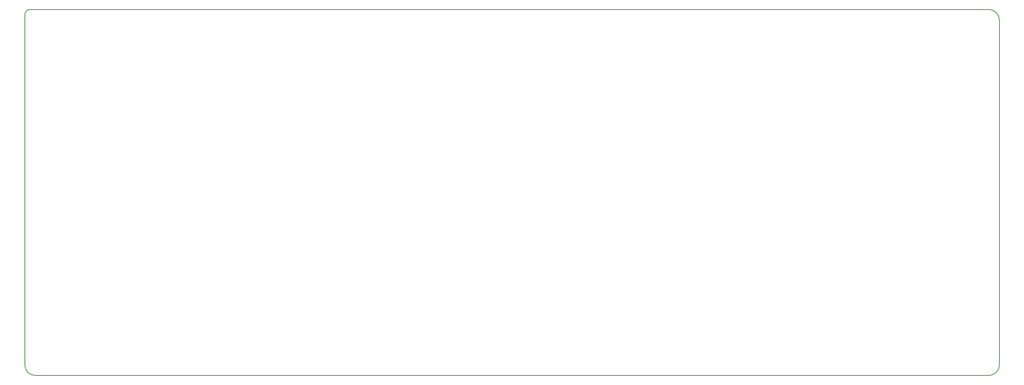
<source format=gbr>
G04 #@! TF.GenerationSoftware,KiCad,Pcbnew,(5.1.0-0)*
G04 #@! TF.CreationDate,2019-06-07T13:19:58+08:00*
G04 #@! TF.ProjectId,nqgTHD,6e716754-4844-42e6-9b69-6361645f7063,rev?*
G04 #@! TF.SameCoordinates,Original*
G04 #@! TF.FileFunction,Profile,NP*
%FSLAX46Y46*%
G04 Gerber Fmt 4.6, Leading zero omitted, Abs format (unit mm)*
G04 Created by KiCad (PCBNEW (5.1.0-0)) date 2019-06-07 13:19:58*
%MOMM*%
%LPD*%
G04 APERTURE LIST*
%ADD10C,0.150000*%
G04 APERTURE END LIST*
D10*
X140494344Y-122631809D02*
G75*
G02X141684970Y-121444260I1190626J-3081D01*
G01*
X353617110Y-121444260D02*
G75*
G02X355998370Y-123825520I0J-2381260D01*
G01*
X140494340Y-200025840D02*
X140490800Y-122631800D01*
X142875600Y-202407100D02*
G75*
G02X140494340Y-200025840I0J2381260D01*
G01*
X353617110Y-202407100D02*
X142875600Y-202407100D01*
X355998370Y-200025840D02*
G75*
G02X353617110Y-202407100I-2381260J0D01*
G01*
X355998370Y-123825520D02*
X355998370Y-200025840D01*
X141684970Y-121444260D02*
X353617110Y-121444260D01*
M02*

</source>
